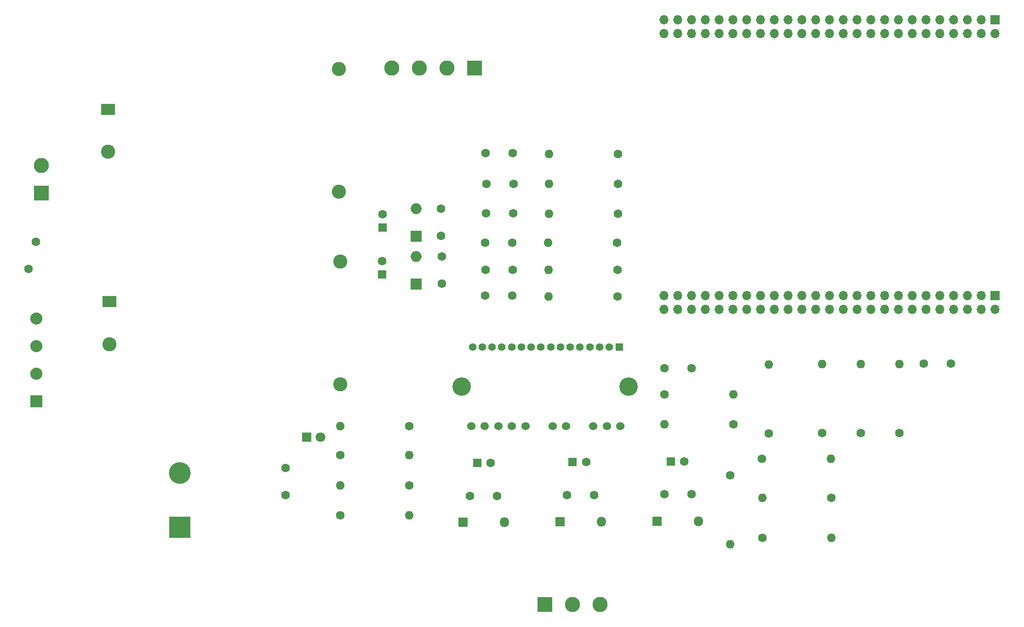
<source format=gbr>
%TF.GenerationSoftware,KiCad,Pcbnew,7.0.6*%
%TF.CreationDate,2024-01-17T13:07:11+07:00*%
%TF.ProjectId,Main,4d61696e-2e6b-4696-9361-645f70636258,rev?*%
%TF.SameCoordinates,Original*%
%TF.FileFunction,Soldermask,Top*%
%TF.FilePolarity,Negative*%
%FSLAX46Y46*%
G04 Gerber Fmt 4.6, Leading zero omitted, Abs format (unit mm)*
G04 Created by KiCad (PCBNEW 7.0.6) date 2024-01-17 13:07:11*
%MOMM*%
%LPD*%
G01*
G04 APERTURE LIST*
%ADD10C,1.600000*%
%ADD11O,1.600000X1.600000*%
%ADD12R,1.800000X1.800000*%
%ADD13O,1.800000X1.800000*%
%ADD14C,1.800000*%
%ADD15C,2.600000*%
%ADD16R,2.600000X2.000000*%
%ADD17R,2.800000X2.800000*%
%ADD18C,2.800000*%
%ADD19R,1.600000X1.600000*%
%ADD20R,2.000000X2.000000*%
%ADD21O,2.000000X2.000000*%
%ADD22R,2.235000X2.235000*%
%ADD23C,2.235000*%
%ADD24R,4.000000X4.000000*%
%ADD25C,4.000000*%
%ADD26C,3.400000*%
%ADD27R,1.400000X1.400000*%
%ADD28C,1.400000*%
%ADD29C,1.530000*%
%ADD30R,1.700000X1.700000*%
%ADD31O,1.700000X1.700000*%
G04 APERTURE END LIST*
D10*
X197340000Y-125350000D03*
D11*
X184640000Y-125350000D03*
D10*
X166600000Y-101460000D03*
X171600000Y-101460000D03*
X166590000Y-106270000D03*
D11*
X179290000Y-106270000D03*
D12*
X165278000Y-129647500D03*
D13*
X172898000Y-129647500D03*
D12*
X100763000Y-114127500D03*
D14*
X103303000Y-114127500D03*
D10*
X157948000Y-88267500D03*
D11*
X145248000Y-88267500D03*
D15*
X106897500Y-104410000D03*
X106897500Y-81810000D03*
X64397500Y-97010000D03*
D16*
X64397500Y-89210000D03*
D10*
X157908000Y-78327500D03*
D11*
X145208000Y-78327500D03*
D12*
X147388000Y-129737500D03*
D13*
X155008000Y-129737500D03*
D10*
X158088000Y-61997500D03*
D11*
X145388000Y-61997500D03*
D10*
X209880000Y-113360000D03*
D11*
X209880000Y-100660000D03*
D10*
X138758000Y-72907500D03*
X133758000Y-72907500D03*
X125498000Y-77102387D03*
X125498000Y-72102387D03*
X138628000Y-78337500D03*
X133628000Y-78337500D03*
X106890000Y-117490000D03*
D11*
X119590000Y-117490000D03*
D10*
X184570000Y-118150000D03*
D11*
X197270000Y-118150000D03*
D12*
X129508000Y-129787500D03*
D13*
X137128000Y-129787500D03*
D10*
X138648000Y-83367500D03*
X133648000Y-83367500D03*
X125620000Y-85900000D03*
X125620000Y-80900000D03*
D17*
X131638000Y-46167500D03*
D18*
X126558000Y-46167500D03*
X121478000Y-46167500D03*
X116398000Y-46167500D03*
D10*
X135788000Y-125027500D03*
X130788000Y-125027500D03*
D16*
X64195500Y-53757500D03*
D15*
X64195500Y-61557500D03*
X106695500Y-46357500D03*
X106695500Y-68957500D03*
D17*
X51855500Y-69182500D03*
D18*
X51855500Y-64102500D03*
D19*
X149708000Y-118727500D03*
D10*
X152208000Y-118727500D03*
X106930000Y-128560000D03*
D11*
X119630000Y-128560000D03*
D10*
X184630000Y-132670000D03*
D11*
X197330000Y-132670000D03*
D10*
X179290000Y-111780000D03*
D11*
X166590000Y-111780000D03*
D10*
X138628000Y-88087500D03*
X133628000Y-88087500D03*
D20*
X120888000Y-77172387D03*
D21*
X120888000Y-72092387D03*
D10*
X96888000Y-124787500D03*
X96888000Y-119787500D03*
X157968000Y-83357500D03*
D11*
X145268000Y-83357500D03*
D19*
X132152888Y-118907500D03*
D10*
X134652888Y-118907500D03*
X185810000Y-113510000D03*
D11*
X185810000Y-100810000D03*
D22*
X50948000Y-107540000D03*
D23*
X50948000Y-102460000D03*
X50948000Y-97380000D03*
X50948000Y-92300000D03*
D24*
X77355500Y-130755435D03*
D25*
X77355500Y-120755435D03*
D17*
X144639226Y-144967500D03*
D18*
X149719226Y-144967500D03*
X154799226Y-144967500D03*
D10*
X178700000Y-121170000D03*
D11*
X178700000Y-133870000D03*
D20*
X120860000Y-85940000D03*
D21*
X120860000Y-80860000D03*
D10*
X119600000Y-123020000D03*
D11*
X106900000Y-123020000D03*
D10*
X171578000Y-124637500D03*
X166578000Y-124637500D03*
D26*
X159993000Y-104845000D03*
X129243000Y-104845000D03*
D27*
X158281000Y-97570000D03*
D28*
X156481000Y-97570000D03*
X154681000Y-97570000D03*
X152880000Y-97570000D03*
X151081000Y-97570000D03*
X149280000Y-97570000D03*
X147480000Y-97570000D03*
X145680000Y-97570000D03*
X143880000Y-97570000D03*
X142081000Y-97570000D03*
X140281000Y-97570000D03*
X138481000Y-97570000D03*
X136680000Y-97570000D03*
X134880000Y-97570000D03*
X133081000Y-97570000D03*
X131281000Y-97570000D03*
D29*
X131031000Y-112120000D03*
X133531000Y-112120000D03*
X136031000Y-112120000D03*
X138531000Y-112120000D03*
X141031000Y-112120000D03*
X146031000Y-112120000D03*
X148531000Y-112120000D03*
X153531000Y-112120000D03*
X156031000Y-112120000D03*
X158531000Y-112120000D03*
D10*
X138688000Y-61847500D03*
X133688000Y-61847500D03*
D19*
X167792888Y-118677500D03*
D10*
X170292888Y-118677500D03*
D11*
X145338000Y-73027500D03*
D10*
X158038000Y-73027500D03*
X50865500Y-78127500D03*
X49565500Y-83127500D03*
D19*
X114708000Y-75567500D03*
D10*
X114708000Y-73067500D03*
X158088000Y-67487500D03*
D11*
X145388000Y-67487500D03*
D19*
X114610000Y-84215113D03*
D10*
X114610000Y-81715113D03*
X153628000Y-124787500D03*
X148628000Y-124787500D03*
X195660000Y-113400000D03*
D11*
X195660000Y-100700000D03*
D10*
X138838000Y-67497500D03*
X133838000Y-67497500D03*
X219340000Y-100620000D03*
X214340000Y-100620000D03*
X119600000Y-112090000D03*
D11*
X106900000Y-112090000D03*
D10*
X202740000Y-113400000D03*
D11*
X202740000Y-100700000D03*
D30*
X227490000Y-37250000D03*
D31*
X227490000Y-39790000D03*
X224950000Y-37250000D03*
X224950000Y-39790000D03*
X222410000Y-37250000D03*
X222410000Y-39790000D03*
X219870000Y-37250000D03*
X219870000Y-39790000D03*
X217330000Y-37250000D03*
X217330000Y-39790000D03*
X214790000Y-37250000D03*
X214790000Y-39790000D03*
X212250000Y-37250000D03*
X212250000Y-39790000D03*
X209710000Y-37250000D03*
X209710000Y-39790000D03*
X207170000Y-37250000D03*
X207170000Y-39790000D03*
X204630000Y-37250000D03*
X204630000Y-39790000D03*
X202090000Y-37250000D03*
X202090000Y-39790000D03*
X199550000Y-37250000D03*
X199550000Y-39790000D03*
X197010000Y-37250000D03*
X197010000Y-39790000D03*
X194470000Y-37250000D03*
X194470000Y-39790000D03*
X191930000Y-37250000D03*
X191930000Y-39790000D03*
X189390000Y-37250000D03*
X189390000Y-39790000D03*
X186850000Y-37250000D03*
X186850000Y-39790000D03*
X184310000Y-37250000D03*
X184310000Y-39790000D03*
X181770000Y-37250000D03*
X181770000Y-39790000D03*
X179230000Y-37250000D03*
X179230000Y-39790000D03*
X176690000Y-37250000D03*
X176690000Y-39790000D03*
X174150000Y-37250000D03*
X174150000Y-39790000D03*
X171610000Y-37250000D03*
X171610000Y-39790000D03*
X169070000Y-37250000D03*
X169070000Y-39790000D03*
X166530000Y-37250000D03*
X166530000Y-39790000D03*
D30*
X227490000Y-88050000D03*
D31*
X227490000Y-90590000D03*
X224950000Y-88050000D03*
X224950000Y-90590000D03*
X222410000Y-88050000D03*
X222410000Y-90590000D03*
X219870000Y-88050000D03*
X219870000Y-90590000D03*
X217330000Y-88050000D03*
X217330000Y-90590000D03*
X214790000Y-88050000D03*
X214790000Y-90590000D03*
X212250000Y-88050000D03*
X212250000Y-90590000D03*
X209710000Y-88050000D03*
X209710000Y-90590000D03*
X207170000Y-88050000D03*
X207170000Y-90590000D03*
X204630000Y-88050000D03*
X204630000Y-90590000D03*
X202090000Y-88050000D03*
X202090000Y-90590000D03*
X199550000Y-88050000D03*
X199550000Y-90590000D03*
X197010000Y-88050000D03*
X197010000Y-90590000D03*
X194470000Y-88050000D03*
X194470000Y-90590000D03*
X191930000Y-88050000D03*
X191930000Y-90590000D03*
X189390000Y-88050000D03*
X189390000Y-90590000D03*
X186850000Y-88050000D03*
X186850000Y-90590000D03*
X184310000Y-88050000D03*
X184310000Y-90590000D03*
X181770000Y-88050000D03*
X181770000Y-90590000D03*
X179230000Y-88050000D03*
X179230000Y-90590000D03*
X176690000Y-88050000D03*
X176690000Y-90590000D03*
X174150000Y-88050000D03*
X174150000Y-90590000D03*
X171610000Y-88050000D03*
X171610000Y-90590000D03*
X169070000Y-88050000D03*
X169070000Y-90590000D03*
X166530000Y-88050000D03*
X166530000Y-90590000D03*
M02*

</source>
